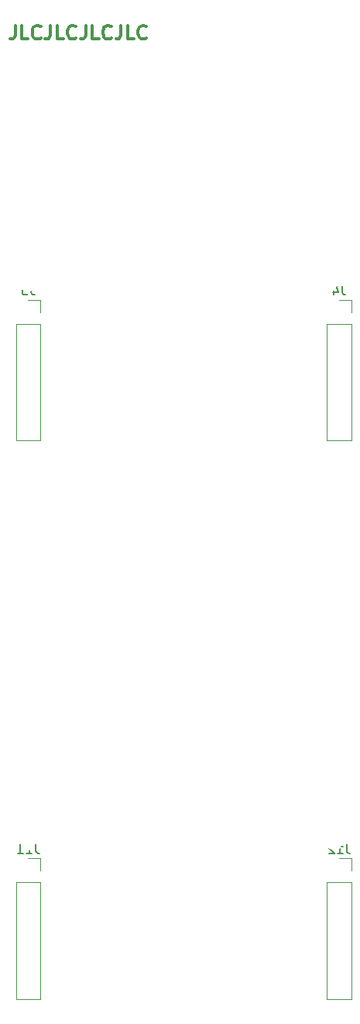
<source format=gbo>
G04 #@! TF.GenerationSoftware,KiCad,Pcbnew,(6.0.0)*
G04 #@! TF.CreationDate,2022-01-31T13:05:53+01:00*
G04 #@! TF.ProjectId,MS20-VCF,4d533230-2d56-4434-962e-6b696361645f,rev?*
G04 #@! TF.SameCoordinates,Original*
G04 #@! TF.FileFunction,Legend,Bot*
G04 #@! TF.FilePolarity,Positive*
%FSLAX46Y46*%
G04 Gerber Fmt 4.6, Leading zero omitted, Abs format (unit mm)*
G04 Created by KiCad (PCBNEW (6.0.0)) date 2022-01-31 13:05:53*
%MOMM*%
%LPD*%
G01*
G04 APERTURE LIST*
%ADD10C,0.300000*%
%ADD11C,0.150000*%
%ADD12C,0.120000*%
%ADD13C,4.000000*%
%ADD14C,1.800000*%
%ADD15R,1.800000X1.800000*%
%ADD16R,1.930000X1.830000*%
%ADD17C,2.130000*%
%ADD18C,1.600000*%
%ADD19O,1.600000X1.600000*%
%ADD20O,2.400000X3.700000*%
%ADD21O,3.200000X5.000000*%
%ADD22R,1.700000X1.700000*%
%ADD23O,1.700000X1.700000*%
G04 APERTURE END LIST*
D10*
X74571428Y-37678571D02*
X74571428Y-38750000D01*
X74500000Y-38964285D01*
X74357142Y-39107142D01*
X74142857Y-39178571D01*
X74000000Y-39178571D01*
X76000000Y-39178571D02*
X75285714Y-39178571D01*
X75285714Y-37678571D01*
X77357142Y-39035714D02*
X77285714Y-39107142D01*
X77071428Y-39178571D01*
X76928571Y-39178571D01*
X76714285Y-39107142D01*
X76571428Y-38964285D01*
X76500000Y-38821428D01*
X76428571Y-38535714D01*
X76428571Y-38321428D01*
X76500000Y-38035714D01*
X76571428Y-37892857D01*
X76714285Y-37750000D01*
X76928571Y-37678571D01*
X77071428Y-37678571D01*
X77285714Y-37750000D01*
X77357142Y-37821428D01*
X78428571Y-37678571D02*
X78428571Y-38750000D01*
X78357142Y-38964285D01*
X78214285Y-39107142D01*
X78000000Y-39178571D01*
X77857142Y-39178571D01*
X79857142Y-39178571D02*
X79142857Y-39178571D01*
X79142857Y-37678571D01*
X81214285Y-39035714D02*
X81142857Y-39107142D01*
X80928571Y-39178571D01*
X80785714Y-39178571D01*
X80571428Y-39107142D01*
X80428571Y-38964285D01*
X80357142Y-38821428D01*
X80285714Y-38535714D01*
X80285714Y-38321428D01*
X80357142Y-38035714D01*
X80428571Y-37892857D01*
X80571428Y-37750000D01*
X80785714Y-37678571D01*
X80928571Y-37678571D01*
X81142857Y-37750000D01*
X81214285Y-37821428D01*
X82285714Y-37678571D02*
X82285714Y-38750000D01*
X82214285Y-38964285D01*
X82071428Y-39107142D01*
X81857142Y-39178571D01*
X81714285Y-39178571D01*
X83714285Y-39178571D02*
X83000000Y-39178571D01*
X83000000Y-37678571D01*
X85071428Y-39035714D02*
X85000000Y-39107142D01*
X84785714Y-39178571D01*
X84642857Y-39178571D01*
X84428571Y-39107142D01*
X84285714Y-38964285D01*
X84214285Y-38821428D01*
X84142857Y-38535714D01*
X84142857Y-38321428D01*
X84214285Y-38035714D01*
X84285714Y-37892857D01*
X84428571Y-37750000D01*
X84642857Y-37678571D01*
X84785714Y-37678571D01*
X85000000Y-37750000D01*
X85071428Y-37821428D01*
X86142857Y-37678571D02*
X86142857Y-38750000D01*
X86071428Y-38964285D01*
X85928571Y-39107142D01*
X85714285Y-39178571D01*
X85571428Y-39178571D01*
X87571428Y-39178571D02*
X86857142Y-39178571D01*
X86857142Y-37678571D01*
X88928571Y-39035714D02*
X88857142Y-39107142D01*
X88642857Y-39178571D01*
X88500000Y-39178571D01*
X88285714Y-39107142D01*
X88142857Y-38964285D01*
X88071428Y-38821428D01*
X88000000Y-38535714D01*
X88000000Y-38321428D01*
X88071428Y-38035714D01*
X88142857Y-37892857D01*
X88285714Y-37750000D01*
X88500000Y-37678571D01*
X88642857Y-37678571D01*
X88857142Y-37750000D01*
X88928571Y-37821428D01*
D11*
X76333333Y-66122380D02*
X76333333Y-66836666D01*
X76380952Y-66979523D01*
X76476190Y-67074761D01*
X76619047Y-67122380D01*
X76714285Y-67122380D01*
X75952380Y-66122380D02*
X75333333Y-66122380D01*
X75666666Y-66503333D01*
X75523809Y-66503333D01*
X75428571Y-66550952D01*
X75380952Y-66598571D01*
X75333333Y-66693809D01*
X75333333Y-66931904D01*
X75380952Y-67027142D01*
X75428571Y-67074761D01*
X75523809Y-67122380D01*
X75809523Y-67122380D01*
X75904761Y-67074761D01*
X75952380Y-67027142D01*
X110333333Y-66122380D02*
X110333333Y-66836666D01*
X110380952Y-66979523D01*
X110476190Y-67074761D01*
X110619047Y-67122380D01*
X110714285Y-67122380D01*
X109428571Y-66455714D02*
X109428571Y-67122380D01*
X109666666Y-66074761D02*
X109904761Y-66789047D01*
X109285714Y-66789047D01*
X76809523Y-127122380D02*
X76809523Y-127836666D01*
X76857142Y-127979523D01*
X76952380Y-128074761D01*
X77095238Y-128122380D01*
X77190476Y-128122380D01*
X75809523Y-128122380D02*
X76380952Y-128122380D01*
X76095238Y-128122380D02*
X76095238Y-127122380D01*
X76190476Y-127265238D01*
X76285714Y-127360476D01*
X76380952Y-127408095D01*
X74857142Y-128122380D02*
X75428571Y-128122380D01*
X75142857Y-128122380D02*
X75142857Y-127122380D01*
X75238095Y-127265238D01*
X75333333Y-127360476D01*
X75428571Y-127408095D01*
X110809523Y-127122380D02*
X110809523Y-127836666D01*
X110857142Y-127979523D01*
X110952380Y-128074761D01*
X111095238Y-128122380D01*
X111190476Y-128122380D01*
X109809523Y-128122380D02*
X110380952Y-128122380D01*
X110095238Y-128122380D02*
X110095238Y-127122380D01*
X110190476Y-127265238D01*
X110285714Y-127360476D01*
X110380952Y-127408095D01*
X109428571Y-127217619D02*
X109380952Y-127170000D01*
X109285714Y-127122380D01*
X109047619Y-127122380D01*
X108952380Y-127170000D01*
X108904761Y-127217619D01*
X108857142Y-127312857D01*
X108857142Y-127408095D01*
X108904761Y-127550952D01*
X109476190Y-128122380D01*
X108857142Y-128122380D01*
D12*
X77330000Y-67670000D02*
X76000000Y-67670000D01*
X77330000Y-69000000D02*
X77330000Y-67670000D01*
X77330000Y-83030000D02*
X74670000Y-83030000D01*
X74670000Y-70270000D02*
X74670000Y-83030000D01*
X77330000Y-70270000D02*
X74670000Y-70270000D01*
X77330000Y-70270000D02*
X77330000Y-83030000D01*
X111330000Y-83030000D02*
X108670000Y-83030000D01*
X111330000Y-69000000D02*
X111330000Y-67670000D01*
X108670000Y-70270000D02*
X108670000Y-83030000D01*
X111330000Y-70270000D02*
X108670000Y-70270000D01*
X111330000Y-70270000D02*
X111330000Y-83030000D01*
X111330000Y-67670000D02*
X110000000Y-67670000D01*
X77330000Y-130000000D02*
X77330000Y-128670000D01*
X77330000Y-144030000D02*
X74670000Y-144030000D01*
X77330000Y-131270000D02*
X77330000Y-144030000D01*
X77330000Y-128670000D02*
X76000000Y-128670000D01*
X74670000Y-131270000D02*
X74670000Y-144030000D01*
X77330000Y-131270000D02*
X74670000Y-131270000D01*
X111330000Y-144030000D02*
X108670000Y-144030000D01*
X111330000Y-128670000D02*
X110000000Y-128670000D01*
X111330000Y-131270000D02*
X111330000Y-144030000D01*
X111330000Y-131270000D02*
X108670000Y-131270000D01*
X108670000Y-131270000D02*
X108670000Y-144030000D01*
X111330000Y-130000000D02*
X111330000Y-128670000D01*
%LPC*%
D13*
X89900000Y-64000000D03*
X81100000Y-64000000D03*
D14*
X88000000Y-71000000D03*
X85500000Y-71000000D03*
X83000000Y-71000000D03*
D13*
X80100000Y-43000000D03*
X88900000Y-43000000D03*
D14*
X87000000Y-50000000D03*
X84500000Y-50000000D03*
X82000000Y-50000000D03*
D15*
X105000000Y-91500000D03*
D14*
X107540000Y-91500000D03*
D16*
X83000000Y-74000000D03*
D17*
X83000000Y-85400000D03*
X83000000Y-77100000D03*
D16*
X93000000Y-74000000D03*
D17*
X93000000Y-85400000D03*
X93000000Y-77100000D03*
D16*
X103000000Y-74000000D03*
D17*
X103000000Y-85400000D03*
X103000000Y-77100000D03*
D18*
X76000000Y-55840000D03*
D19*
X76000000Y-66000000D03*
D18*
X80000000Y-56000000D03*
D19*
X90160000Y-56000000D03*
D18*
X109000000Y-55840000D03*
D19*
X109000000Y-66000000D03*
D18*
X109500000Y-53000000D03*
D19*
X99340000Y-53000000D03*
D18*
X95840000Y-56000000D03*
D19*
X106000000Y-56000000D03*
D18*
X75500000Y-53000000D03*
D19*
X85660000Y-53000000D03*
D18*
X109500000Y-127000000D03*
D19*
X109500000Y-116840000D03*
D18*
X76000000Y-127000000D03*
D19*
X76000000Y-116840000D03*
D13*
X104900000Y-64000000D03*
X96100000Y-64000000D03*
D14*
X103000000Y-71000000D03*
X100500000Y-71000000D03*
X98000000Y-71000000D03*
D20*
X99300000Y-45400000D03*
X104000000Y-45400000D03*
X108700000Y-45400000D03*
X99300000Y-40600000D03*
X104000000Y-40600000D03*
X108700000Y-40600000D03*
D21*
X88300000Y-91500000D03*
X93000000Y-91500000D03*
X97700000Y-91500000D03*
D16*
X83000000Y-133000000D03*
D17*
X83000000Y-144400000D03*
X83000000Y-136100000D03*
D16*
X93000000Y-133000000D03*
D17*
X93000000Y-144400000D03*
X93000000Y-136100000D03*
D16*
X103000000Y-133000000D03*
D17*
X103000000Y-144400000D03*
X103000000Y-136100000D03*
D18*
X84900000Y-89500000D03*
D19*
X74740000Y-89500000D03*
D18*
X75000000Y-109500000D03*
D19*
X75000000Y-99340000D03*
D18*
X109500000Y-112500000D03*
D19*
X99340000Y-112500000D03*
D18*
X95500000Y-101840000D03*
D19*
X95500000Y-112000000D03*
D18*
X85660000Y-114000000D03*
D19*
X75500000Y-114000000D03*
D20*
X99300000Y-105400000D03*
X104000000Y-105400000D03*
X108700000Y-105400000D03*
X99300000Y-100600000D03*
X104000000Y-100600000D03*
X108700000Y-100600000D03*
D13*
X89900000Y-123000000D03*
X81100000Y-123000000D03*
D14*
X88000000Y-130000000D03*
X85500000Y-130000000D03*
X83000000Y-130000000D03*
D13*
X104900000Y-123000000D03*
X96100000Y-123000000D03*
D14*
X103000000Y-130000000D03*
X100500000Y-130000000D03*
X98000000Y-130000000D03*
D13*
X79100000Y-103000000D03*
X87900000Y-103000000D03*
D14*
X86000000Y-110000000D03*
X83500000Y-110000000D03*
X81000000Y-110000000D03*
D22*
X76000000Y-69000000D03*
D23*
X76000000Y-71540000D03*
X76000000Y-74080000D03*
X76000000Y-76620000D03*
X76000000Y-79160000D03*
X76000000Y-81700000D03*
D22*
X110000000Y-69000000D03*
D23*
X110000000Y-71540000D03*
X110000000Y-74080000D03*
X110000000Y-76620000D03*
X110000000Y-79160000D03*
X110000000Y-81700000D03*
D22*
X76000000Y-130000000D03*
D23*
X76000000Y-132540000D03*
X76000000Y-135080000D03*
X76000000Y-137620000D03*
X76000000Y-140160000D03*
X76000000Y-142700000D03*
D22*
X110000000Y-130000000D03*
D23*
X110000000Y-132540000D03*
X110000000Y-135080000D03*
X110000000Y-137620000D03*
X110000000Y-140160000D03*
X110000000Y-142700000D03*
M02*

</source>
